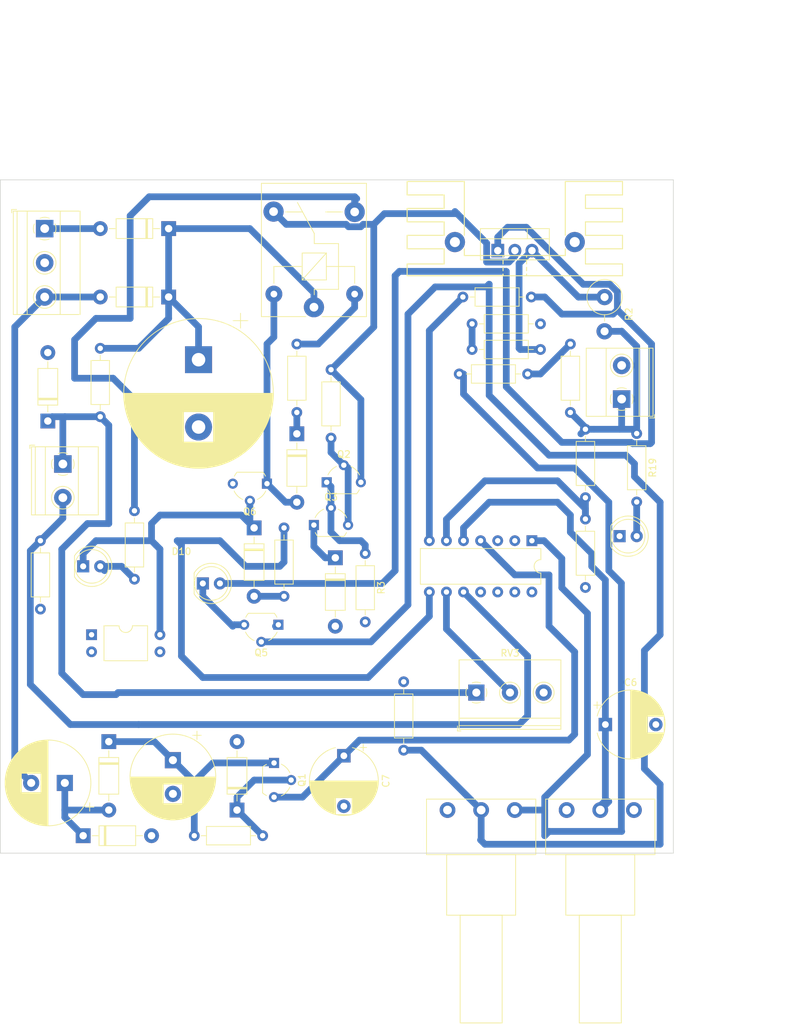
<source format=kicad_pcb>
(kicad_pcb (version 20221018) (generator pcbnew)
  (layers (0 "F.Cu" signal) (31 "B.Cu" signal) (34 "B.Paste" user) (35 "F.Paste" user) (36 "B.SilkS" user "B.Silkscreen") (37 "F.SilkS" user "F.Silkscreen") (38 "B.Mask" user) (39 "F.Mask" user) (44 "Edge.Cuts" user))
  (net 0 "")
  (net 1 "V_ret")
  (net 2 "GND")
  (net 3 "Net-(D3-A)")
  (net 4 "V_in")
  (net 5 "Net-(D3-K)")
  (net 6 "VCC")
  (net 7 "Net-(D1-A)")
  (net 8 "Net-(D5-K)")
  (net 9 "Net-(D6-K)")
  (net 10 "Net-(D7-K)")
  (net 11 "Net-(D7-A)")
  (net 12 "Net-(D8-A)")
  (net 13 "Net-(D9-K)")
  (net 14 "Net-(Q2-C)")
  (net 15 "Net-(Q2-B)")
  (net 16 "Net-(Q2-E)")
  (net 17 "Net-(Q4-S)")
  (net 18 "Net-(Q5-G)")
  (net 19 "Net-(J3-Pin_1)")
  (net 20 "Net-(U1A-+)")
  (net 21 "Net-(U1A--)")
  (net 22 "V_ref")
  (net 23 "Net-(R11-Pad1)")
  (net 24 "Net-(R9-Pad2)")
  (net 25 "Net-(D11-K)")
  (net 26 "Net-(U1B--)")
  (net 27 "Net-(U1C--)")
  (net 28 "Net-(D10-A)")
  (net 29 "Net-(D10-K)")
  (net 30 "Net-(D12-A)")
  (net 31 "NO")
  (net 32 "Net-(J4-Pin_2)")
  (net 33 "Net-(K1-Pad2)")
  (net 34 "Net-(R16-Pad1)")
  (net 35 "Net-(D11-A)")
  (net 38 "Net-(U1D--)")
  (footprint "Capacitor_THT:CP_Radial_D10.0mm_P7.50mm" (layer "F.Cu") (at 66.04 93.537323 -90)
    (fp_text reference "C7" (at 3.75 -6.25 90) (layer "F.SilkS"))
    (fp_text value "100n")
    (pad "1" thru_hole rect (at 0 0 270) (size 2 2) (drill 1) (layers "*.Cu" "*.Mask") (net 6 "VCC"))
    (pad "2" thru_hole circle (at 7.5 0 270) (size 2 2) (drill 1) (layers "*.Cu" "*.Mask") (net 2 "GND"))
  )
  (footprint "Diode_THT:D_DO-41_SOD81_P10.16mm_Horizontal" (layer "F.Cu") (at 40.005 25.4 180)
    (fp_text reference "D2" hide)
    (fp_text value "1N4007" hide)
    (pad "1" thru_hole rect (at 0 0 180) (size 2.2 2.2) (drill 1.1) (layers "*.Cu" "*.Mask") (net 1 "V_ret"))
    (pad "2" thru_hole oval (at 10.16 0 180) (size 2.2 2.2) (drill 1.1) (layers "*.Cu" "*.Mask") (net 4 "V_in"))
  )
  (footprint "Package_TO_SOT_THT:TO-92L_Wide" (layer "F.Cu") (at 56.31 74.08 180)
    (fp_text reference "Q5" (at 2.55 -4.15) (layer "F.SilkS"))
    (fp_text value "2N7000")
    (pad "1" thru_hole rect (at 0 0 180) (size 1.5 1.5) (drill 0.8) (layers "*.Cu" "*.Mask") (net 2 "GND"))
    (pad "2" thru_hole circle (at 2.54 -2.54 180) (size 1.5 1.5) (drill 0.8) (layers "*.Cu" "*.Mask") (net 18 "Net-(Q5-G)"))
    (pad "3" thru_hole circle (at 5.08 0 180) (size 1.5 1.5) (drill 0.8) (layers "*.Cu" "*.Mask") (net 29 "Net-(D10-K)"))
  )
  (footprint "Diode_THT:D_DO-41_SOD81_P10.16mm_Horizontal" (layer "F.Cu") (at 31.115 91.44 -90)
    (fp_text reference "D3" hide)
    (fp_text value "1N4007" hide)
    (pad "1" thru_hole rect (at 0 0 270) (size 2.2 2.2) (drill 1.1) (layers "*.Cu" "*.Mask") (net 5 "Net-(D3-K)"))
    (pad "2" thru_hole oval (at 10.16 0 270) (size 2.2 2.2) (drill 1.1) (layers "*.Cu" "*.Mask") (net 3 "Net-(D3-A)"))
  )
  (footprint "Resistor_THT:R_Axial_DIN0207_L6.3mm_D2.5mm_P10.16mm_Horizontal" (layer "F.Cu") (at 43.815 105.41)
    (fp_text reference "R1" hide)
    (fp_text value "1k")
    (pad "1" thru_hole circle (at 0 0) (size 1.6 1.6) (drill 0.8) (layers "*.Cu" "*.Mask") (net 5 "Net-(D3-K)"))
    (pad "2" thru_hole oval (at 10.16 0) (size 1.6 1.6) (drill 0.8) (layers "*.Cu" "*.Mask") (net 8 "Net-(D5-K)"))
  )
  (footprint "Resistor_THT:R_Axial_DIN0207_L6.3mm_D2.5mm_P10.16mm_Horizontal" (layer "F.Cu") (at 59.055 42.545 90)
    (fp_text reference "R17" hide)
    (fp_text value "R" hide)
    (pad "1" thru_hole circle (at 0 0 90) (size 1.6 1.6) (drill 0.8) (layers "*.Cu" "*.Mask") (net 10 "Net-(D7-K)"))
    (pad "2" thru_hole oval (at 10.16 0 90) (size 1.6 1.6) (drill 0.8) (layers "*.Cu" "*.Mask") (net 33 "Net-(K1-Pad2)"))
  )
  (footprint "Package_TO_SOT_THT:TO-92L_Wide" (layer "F.Cu") (at 61.585 59.27)
    (fp_text reference "Q3" (at 2.55 -4.15) (layer "F.SilkS"))
    (fp_text value "BC556")
    (pad "1" thru_hole rect (at 0 0) (size 1.5 1.5) (drill 0.8) (layers "*.Cu" "*.Mask") (net 9 "Net-(D6-K)"))
    (pad "2" thru_hole circle (at 2.54 -2.54) (size 1.5 1.5) (drill 0.8) (layers "*.Cu" "*.Mask") (net 14 "Net-(Q2-C)"))
    (pad "3" thru_hole circle (at 5.08 0) (size 1.5 1.5) (drill 0.8) (layers "*.Cu" "*.Mask") (net 15 "Net-(Q2-B)"))
  )
  (footprint "Resistor_THT:R_Axial_DIN0207_L6.3mm_D2.5mm_P10.16mm_Horizontal" (layer "F.Cu") (at 109.55 45.68 -90)
    (fp_text reference "R19" (at 5.08 -2.37 90) (layer "F.SilkS"))
    (fp_text value "R" hide)
    (pad "1" thru_hole circle (at 0 0 270) (size 1.6 1.6) (drill 0.8) (layers "*.Cu" "*.Mask") (net 19 "Net-(J3-Pin_1)"))
    (pad "2" thru_hole oval (at 10.16 0 270) (size 1.6 1.6) (drill 0.8) (layers "*.Cu" "*.Mask") (net 30 "Net-(D12-A)"))
  )
  (footprint "Resistor_THT:R_Axial_DIN0207_L6.3mm_D2.5mm_P10.16mm_Horizontal" (layer "F.Cu") (at 99.695 42.545 90)
    (fp_text reference "R7" hide)
    (fp_text value "R" hide)
    (pad "1" thru_hole circle (at 0 0 90) (size 1.6 1.6) (drill 0.8) (layers "*.Cu" "*.Mask") (net 19 "Net-(J3-Pin_1)"))
    (pad "2" thru_hole oval (at 10.16 0 90) (size 1.6 1.6) (drill 0.8) (layers "*.Cu" "*.Mask") (net 21 "Net-(U1A--)"))
  )
  (footprint "Potentiometer_THT:Potentiometer_Piher_PC-16_Single_Horizontal" (layer "F.Cu") (at 99.14 101.6 -90)
    (fp_text reference "RV1" hide)
    (fp_text value "R_Potentiometer" hide)
    (pad "1" thru_hole circle (at 0 0 270) (size 2.34 2.34) (drill 1.3) (layers "*.Cu" "*.Mask") (net 9 "Net-(D6-K)"))
    (pad "2" thru_hole circle (at 0 -5 270) (size 2.34 2.34) (drill 1.3) (layers "*.Cu" "*.Mask") (net 22 "V_ref"))
    (pad "3" thru_hole circle (at 0 -10 270) (size 2.34 2.34) (drill 1.3) (layers "*.Cu" "*.Mask") (net 2 "GND"))
  )
  (footprint "Capacitor_THT:CP_Radial_D12.5mm_P5.00mm" (layer "F.Cu") (at 40.64 94.196041 -90)
    (fp_text reference "C3" hide)
    (fp_text value "330u" hide)
    (pad "1" thru_hole rect (at 0 0 270) (size 2.4 2.4) (drill 1.2) (layers "*.Cu" "*.Mask") (net 5 "Net-(D3-K)"))
    (pad "2" thru_hole circle (at 5 0 270) (size 2.4 2.4) (drill 1.2) (layers "*.Cu" "*.Mask") (net 2 "GND"))
  )
  (footprint "Resistor_THT:R_Axial_DIN0207_L6.3mm_D2.5mm_P10.16mm_Horizontal" (layer "F.Cu") (at 57.15 59.69 -90)
    (fp_text reference "R16" hide)
    (fp_text value "R" hide)
    (pad "1" thru_hole circle (at 0 0 270) (size 1.6 1.6) (drill 0.8) (layers "*.Cu" "*.Mask") (net 34 "Net-(R16-Pad1)"))
    (pad "2" thru_hole oval (at 10.16 0 270) (size 1.6 1.6) (drill 0.8) (layers "*.Cu" "*.Mask") (net 12 "Net-(D8-A)"))
  )
  (footprint "Package_DIP:DIP-14_W7.62mm" (layer "F.Cu") (at 93.98 61.595 -90)
    (fp_text reference "U1" hide)
    (fp_text value "LM324" hide)
    (pad "1" thru_hole rect (at 0 0 270) (size 1.6 1.6) (drill 0.8) (layers "*.Cu" "*.Mask") (net 24 "Net-(R9-Pad2)"))
    (pad "2" thru_hole oval (at 0 2.54 270) (size 1.6 1.6) (drill 0.8) (layers "*.Cu" "*.Mask") (net 21 "Net-(U1A--)"))
    (pad "3" thru_hole oval (at 0 5.08 270) (size 1.6 1.6) (drill 0.8) (layers "*.Cu" "*.Mask") (net 20 "Net-(U1A-+)"))
    (pad "4" thru_hole oval (at 0 7.62 270) (size 1.6 1.6) (drill 0.8) (layers "*.Cu" "*.Mask") (net 6 "VCC"))
    (pad "5" thru_hole oval (at 0 10.16 270) (size 1.6 1.6) (drill 0.8) (layers "*.Cu" "*.Mask") (net 22 "V_ref"))
    (pad "6" thru_hole oval (at 0 12.7 270) (size 1.6 1.6) (drill 0.8) (layers "*.Cu" "*.Mask") (net 26 "Net-(U1B--)"))
    (pad "7" thru_hole oval (at 0 15.24 270) (size 1.6 1.6) (drill 0.8) (layers "*.Cu" "*.Mask") (net 23 "Net-(R11-Pad1)"))
    (pad "8" thru_hole oval (at 7.62 15.24 270) (size 1.6 1.6) (drill 0.8) (layers "*.Cu" "*.Mask") (net 34 "Net-(R16-Pad1)"))
    (pad "9" thru_hole oval (at 7.62 12.7 270) (size 1.6 1.6) (drill 0.8) (layers "*.Cu" "*.Mask") (net 27 "Net-(U1C--)"))
    (pad "10" thru_hole oval (at 7.62 10.16 270) (size 1.6 1.6) (drill 0.8) (layers "*.Cu" "*.Mask") (net 32 "Net-(J4-Pin_2)"))
    (pad "11" thru_hole oval (at 7.62 7.62 270) (size 1.6 1.6) (drill 0.8) (layers "*.Cu" "*.Mask") (net 2 "GND"))
    (pad "12" thru_hole oval (at 7.62 5.08 270) (size 1.6 1.6) (drill 0.8) (layers "*.Cu" "*.Mask") (net 2 "GND"))
    (pad "13" thru_hole oval (at 7.62 2.54 270) (size 1.6 1.6) (drill 0.8) (layers "*.Cu" "*.Mask") (net 38 "Net-(U1D--)"))
    (pad "14" thru_hole oval (at 7.62 0 270) (size 1.6 1.6) (drill 0.8) (layers "*.Cu" "*.Mask") (net 38 "Net-(U1D--)"))
  )
  (footprint "Resistor_THT:R_Axial_DIN0516_L15.5mm_D5.0mm_P5.08mm_Vertical" (layer "F.Cu") (at 104.775 25.415 -90)
    (fp_text reference "R2" (at 2.54 -3.62 90) (layer "F.SilkS"))
    (fp_text value "R_Small" hide)
    (pad "1" thru_hole circle (at 0 0 270) (size 2.4 2.4) (drill 1.2) (layers "*.Cu" "*.Mask") (net 17 "Net-(Q4-S)"))
    (pad "2" thru_hole oval (at 5.08 0 270) (size 2.4 2.4) (drill 1.2) (layers "*.Cu" "*.Mask") (net 19 "Net-(J3-Pin_1)"))
  )
  (footprint "Resistor_THT:R_Axial_DIN0207_L6.3mm_D2.5mm_P10.16mm_Horizontal" (layer "F.Cu") (at 34.925 57.15 -90)
    (fp_text reference "R4" hide)
    (fp_text value "R" hide)
    (pad "1" thru_hole circle (at 0 0 270) (size 1.6 1.6) (drill 0.8) (layers "*.Cu" "*.Mask") (net 31 "NO"))
    (pad "2" thru_hole oval (at 10.16 0 270) (size 1.6 1.6) (drill 0.8) (layers "*.Cu" "*.Mask") (net 35 "Net-(D11-A)"))
  )
  (footprint "Resistor_THT:R_Axial_DIN0207_L6.3mm_D2.5mm_P10.16mm_Horizontal" (layer "F.Cu") (at 74.93 92.71 90)
    (fp_text reference "R10" hide)
    (fp_text value "R" hide)
    (pad "1" thru_hole circle (at 0 0 90) (size 1.6 1.6) (drill 0.8) (layers "*.Cu" "*.Mask") (net 18 "Net-(Q5-G)"))
    (pad "2" thru_hole oval (at 10.16 0 90) (size 1.6 1.6) (drill 0.8) (layers "*.Cu" "*.Mask") (net 2 "GND"))
  )
  (footprint "TerminalBlock_Phoenix:TerminalBlock_Phoenix_MKDS-1,5-2_1x02_P5.00mm_Horizontal" (layer "F.Cu") (at 24.29 50.205 -90)
    (fp_text reference "J4" hide)
    (fp_text value "Screw_Terminal_01x02" hide)
    (pad "1" thru_hole rect (at 0 0 270) (size 2.6 2.6) (drill 1.3) (layers "*.Cu" "*.Mask") (net 13 "Net-(D9-K)"))
    (pad "2" thru_hole circle (at 5 0 270) (size 2.6 2.6) (drill 1.3) (layers "*.Cu" "*.Mask") (net 32 "Net-(J4-Pin_2)"))
  )
  (footprint "Diode_THT:D_DO-41_SOD81_P10.16mm_Horizontal" (layer "F.Cu") (at 22.055 43.815 90)
    (fp_text reference "D9" hide)
    (fp_text value "1N53xxB" hide)
    (pad "1" thru_hole rect (at 0 0 90) (size 2.2 2.2) (drill 1.1) (layers "*.Cu" "*.Mask") (net 13 "Net-(D9-K)"))
    (pad "2" thru_hole oval (at 10.16 0 90) (size 2.2 2.2) (drill 1.1) (layers "*.Cu" "*.Mask") (net 2 "GND"))
  )
  (footprint "Resistor_THT:R_Axial_DIN0207_L6.3mm_D2.5mm_P10.16mm_Horizontal" (layer "F.Cu") (at 20.955 61.595 -90)
    (fp_text reference "R13" hide)
    (fp_text value "R" hide)
    (pad "1" thru_hole circle (at 0 0 270) (size 1.6 1.6) (drill 0.8) (layers "*.Cu" "*.Mask") (net 32 "Net-(J4-Pin_2)"))
    (pad "2" thru_hole oval (at 10.16 0 270) (size 1.6 1.6) (drill 0.8) (layers "*.Cu" "*.Mask") (net 2 "GND"))
  )
  (footprint "Capacitor_THT:CP_Radial_D22.0mm_P10.00mm_SnapIn" (layer "F.Cu") (at 44.45 34.712169 -90)
    (fp_text reference "C1" hide)
    (fp_text value "C_Polarized" hide)
    (pad "1" thru_hole rect (at 0 0 270) (size 4 4) (drill 2) (layers "*.Cu" "*.Mask") (net 1 "V_ret"))
    (pad "2" thru_hole circle (at 10 0 270) (size 4 4) (drill 2) (layers "*.Cu" "*.Mask") (net 2 "GND"))
  )
  (footprint "Capacitor_THT:CP_Radial_D12.5mm_P5.00mm" (layer "F.Cu") (at 24.5825 97.5725 180)
    (fp_text reference "C2" hide)
    (fp_text value "330u" hide)
    (pad "1" thru_hole rect (at 0 0 180) (size 2.4 2.4) (drill 1.2) (layers "*.Cu" "*.Mask") (net 3 "Net-(D3-A)"))
    (pad "2" thru_hole circle (at 5 0 180) (size 2.4 2.4) (drill 1.2) (layers "*.Cu" "*.Mask") (net 4 "V_in"))
  )
  (footprint "Diode_THT:D_DO-41_SOD81_P10.16mm_Horizontal" (layer "F.Cu") (at 59.055 45.72 -90)
    (fp_text reference "D7" hide)
    (fp_text value "1N4007" hide)
    (pad "1" thru_hole rect (at 0 0 270) (size 2.2 2.2) (drill 1.1) (layers "*.Cu" "*.Mask") (net 10 "Net-(D7-K)"))
    (pad "2" thru_hole oval (at 10.16 0 270) (size 2.2 2.2) (drill 1.1) (layers "*.Cu" "*.Mask") (net 11 "Net-(D7-A)"))
  )
  (footprint "Resistor_THT:R_Axial_DIN0207_L6.3mm_D2.5mm_P10.16mm_Horizontal" (layer "F.Cu") (at 69.215 63.5 -90)
    (fp_text reference "R3" (at 5.08 -2.37 90) (layer "F.SilkS"))
    (fp_text value "R")
    (pad "1" thru_hole circle (at 0 0 270) (size 1.6 1.6) (drill 0.8) (layers "*.Cu" "*.Mask") (net 14 "Net-(Q2-C)"))
    (pad "2" thru_hole oval (at 10.16 0 270) (size 1.6 1.6) (drill 0.8) (layers "*.Cu" "*.Mask") (net 2 "GND"))
  )
  (footprint "Diode_THT:D_DO-41_SOD81_P10.16mm_Horizontal" (layer "F.Cu") (at 64.77 64.135 -90)
    (fp_text reference "D6" hide)
    (fp_text value "1N53xxB" hide)
    (pad "1" thru_hole rect (at 0 0 270) (size 2.2 2.2) (drill 1.1) (layers "*.Cu" "*.Mask") (net 9 "Net-(D6-K)"))
    (pad "2" thru_hole oval (at 10.16 0 270) (size 2.2 2.2) (drill 1.1) (layers "*.Cu" "*.Mask") (net 2 "GND"))
  )
  (footprint "Resistor_THT:R_Axial_DIN0207_L6.3mm_D2.5mm_P10.16mm_Horizontal" (layer "F.Cu") (at 101.93 45.045 -90)
    (fp_text reference "R12" hide)
    (fp_text value "R" hide)
    (pad "1" thru_hole circle (at 0 0 270) (size 1.6 1.6) (drill 0.8) (layers "*.Cu" "*.Mask") (net 19 "Net-(J3-Pin_1)"))
    (pad "2" thru_hole oval (at 10.16 0 270) (size 1.6 1.6) (drill 0.8) (layers "*.Cu" "*.Mask") (net 26 "Net-(U1B--)"))
  )
  (footprint "LED_THT:LED_D5.0mm" (layer "F.Cu") (at 27.305 65.405)
    (fp_text reference "D11" hide)
    (fp_text value "LED")
    (pad "1" thru_hole rect (at 0 0) (size 1.8 1.8) (drill 0.9) (layers "*.Cu" "*.Mask") (net 25 "Net-(D11-K)"))
    (pad "2" thru_hole circle (at 2.54 0) (size 1.8 1.8) (drill 0.9) (layers "*.Cu" "*.Mask") (net 35 "Net-(D11-A)"))
  )
  (footprint "Resistor_THT:R_Axial_DIN0207_L6.3mm_D2.5mm_P10.16mm_Horizontal" (layer "F.Cu") (at 83.725 25.4)
    (fp_text reference "R11" hide)
    (fp_text value "R" hide)
    (pad "1" thru_hole circle (at 0 0) (size 1.6 1.6) (drill 0.8) (layers "*.Cu" "*.Mask") (net 23 "Net-(R11-Pad1)"))
    (pad "2" thru_hole oval (at 10.16 0) (size 1.6 1.6) (drill 0.8) (layers "*.Cu" "*.Mask") (net 28 "Net-(D10-A)"))
  )
  (footprint "TerminalBlock_Phoenix:TerminalBlock_Phoenix_MKDS-1,5-3-5.08_1x03_P5.08mm_Horizontal" (layer "F.Cu") (at 21.59 15.24 -90)
    (fp_text reference "J1" hide)
    (fp_text value "Screw_Terminal_01x03" hide)
    (pad "1" thru_hole rect (at 0 0 270) (size 2.6 2.6) (drill 1.3) (layers "*.Cu" "*.Mask") (net 7 "Net-(D1-A)"))
    (pad "2" thru_hole circle (at 5.08 0 270) (size 2.6 2.6) (drill 1.3) (layers "*.Cu" "*.Mask") (net 2 "GND"))
    (pad "3" thru_hole circle (at 10.16 0 270) (size 2.6 2.6) (drill 1.3) (layers "*.Cu" "*.Mask") (net 4 "V_in"))
  )
  (footprint "Package_DIP:DIP-4_W10.16mm" (layer "F.Cu") (at 28.555 75.56)
    (fp_text reference "J2" hide)
    (fp_text value "Conn_02x02_Top_Bottom")
    (pad "1" thru_hole rect (at 0 0) (size 1.6 1.6) (drill 0.8) (layers "*.Cu" "*.Mask"))
    (pad "2" thru_hole oval (at 0 2.54) (size 1.6 1.6) (drill 0.8) (layers "*.Cu" "*.Mask") (net 2 "GND"))
    (pad "3" thru_hole oval (at 10.16 2.54) (size 1.6 1.6) (drill 0.8) (layers "*.Cu" "*.Mask"))
    (pad "4" thru_hole oval (at 10.16 0) (size 1.6 1.6) (drill 0.8) (layers "*.Cu" "*.Mask") (net 25 "Net-(D11-K)"))
  )
  (footprint "Diode_THT:D_DO-41_SOD81_P10.16mm_Horizontal" (layer "F.Cu") (at 52.705 59.69 -90)
    (fp_text reference "D8" hide)
    (fp_text value "1N4007" hide)
    (pad "1" thru_hole rect (at 0 0 270) (size 2.2 2.2) (drill 1.1) (layers "*.Cu" "*.Mask") (net 25 "Net-(D11-K)"))
    (pad "2" thru_hole oval (at 10.16 0 270) (size 2.2 2.2) (drill 1.1) (layers "*.Cu" "*.Mask") (net 12 "Net-(D8-A)"))
  )
  (footprint "LED_THT:LED_D5.0mm" (layer "F.Cu") (at 45.085 67.945)
    (fp_text reference "D10" (at -3.175 -4.745) (layer "F.SilkS"))
    (fp_text value "LED" hide)
    (pad "1" thru_hole rect (at 0 0) (size 1.8 1.8) (drill 0.9) (layers "*.Cu" "*.Mask") (net 29 "Net-(D10-K)"))
    (pad "2" thru_hole circle (at 2.54 0) (size 1.8 1.8) (drill 0.9) (layers "*.Cu" "*.Mask") (net 28 "Net-(D10-A)"))
  )
  (footprint "Resistor_THT:R_Axial_DIN0207_L6.3mm_D2.5mm_P10.16mm_Horizontal" (layer "F.Cu") (at 85.09 29.385)
    (fp_text reference "R8" hide)
    (fp_text value "R" hide)
    (pad "1" thru_hole circle (at 0 0) (size 1.6 1.6) (drill 0.8) (layers "*.Cu" "*.Mask") (net 20 "Net-(U1A-+)"))
    (pad "2" thru_hole oval (at 10.16 0) (size 1.6 1.6) (drill 0.8) (layers "*.Cu" "*.Mask") (net 2 "GND"))
  )
  (footprint "Package_TO_SOT_THT:TO-220-3_Vertical" (layer "F.Cu") (at 88.91 18.51)
    (fp_text reference "Q4" hide)
    (fp_text value "IRF540N" hide)
    (pad "1" thru_hole rect (at 0 0) (size 1.905 2) (drill 1.1) (layers "*.Cu" "*.Mask") (net 28 "Net-(D10-A)"))
    (pad "2" thru_hole oval (at 2.54 0) (size 1.905 2) (drill 1.1) (layers "*.Cu" "*.Mask") (net 16 "Net-(Q2-E)"))
    (pad "3" thru_hole oval (at 5.08 0) (size 1.905 2) (drill 1.1) (layers "*.Cu" "*.Mask") (net 17 "Net-(Q4-S)"))
  )
  (footprint "Resistor_THT:R_Axial_DIN0207_L6.3mm_D2.5mm_P10.16mm_Horizontal" (layer "F.Cu") (at 64.135 36.195 -90)
    (fp_text reference "R5" hide)
    (fp_text value "R" hide)
    (pad "1" thru_hole circle (at 0 0 270) (size 1.6 1.6) (drill 0.8) (layers "*.Cu" "*.Mask") (net 16 "Net-(Q2-E)"))
    (pad "2" thru_hole oval (at 10.16 0 270) (size 1.6 1.6) (drill 0.8) (layers "*.Cu" "*.Mask") (net 15 "Net-(Q2-B)"))
  )
  (footprint "LED_THT:LED_D5.0mm" (layer "F.Cu") (at 107.01 60.92)
    (fp_text reference "D12" hide)
    (fp_text value "LED" hide)
    (pad "1" thru_hole rect (at 0 0) (size 1.8 1.8) (drill 0.9) (layers "*.Cu" "*.Mask") (net 2 "GND"))
    (pad "2" thru_hole circle (at 2.54 0) (size 1.8 1.8) (drill 0.9) (layers "*.Cu" "*.Mask") (net 30 "Net-(D12-A)"))
  )
  (footprint "Package_TO_SOT_THT:TO-92L_Wide" (layer "F.Cu") (at 63.49 52.92)
    (fp_text reference "Q2" (at 2.55 -4.15) (layer "F.SilkS"))
    (fp_text value "BC556")
    (pad "1" thru_hole rect (at 0 0) (size 1.5 1.5) (drill 0.8) (layers "*.Cu" "*.Mask") (net 14 "Net-(Q2-C)"))
    (pad "2" thru_hole circle (at 2.54 -2.54) (size 1.5 1.5) (drill 0.8) (layers "*.Cu" "*.Mask") (net 15 "Net-(Q2-B)"))
    (pad "3" thru_hole circle (at 5.08 0) (size 1.5 1.5) (drill 0.8) (layers "*.Cu" "*.Mask") (net 16 "Net-(Q2-E)"))
  )
  (footprint "Resistor_THT:R_Axial_DIN0207_L6.3mm_D2.5mm_P10.16mm_Horizontal" (layer "F.Cu") (at 29.845 33.02 -90)
    (fp_text reference "R18" hide)
    (fp_text value "R" hide)
    (pad "1" thru_hole circle (at 0 0 270) (size 1.6 1.6) (drill 0.8) (layers "*.Cu" "*.Mask") (net 1 "V_ret"))
    (pad "2" thru_hole oval (at 10.16 0 270) (size 1.6 1.6) (drill 0.8) (layers "*.Cu" "*.Mask") (net 13 "Net-(D9-K)"))
  )
  (footprint "Diode_THT:D_DO-41_SOD81_P10.16mm_Horizontal" (layer "F.Cu") (at 40.005 15.24 180)
    (fp_text reference "D1" hide)
    (fp_text value "1N4007" hide)
    (pad "1" thru_hole rect (at 0 0 180) (size 2.2 2.2) (drill 1.1) (layers "*.Cu" "*.Mask") (net 1 "V_ret"))
    (pad "2" thru_hole oval (at 10.16 0 180) (size 2.2 2.2) (drill 1.1) (layers "*.Cu" "*.Mask") (net 7 "Net-(D1-A)"))
  )
  (footprint "Capacitor_THT:CP_Radial_D10.0mm_P7.50mm" (layer "F.Cu") (at 104.895 88.9)
    (fp_text reference "C6" (at 3.75 -6.25) (layer "F.SilkS"))
    (fp_text value "10u")
    (pad "1" thru_hole rect (at 0 0) (size 2 2) (drill 1) (layers "*.Cu" "*.Mask") (net 22 "V_ref"))
    (pad "2" thru_hole circle (at 7.5 0) (size 2 2) (drill 1) (layers "*.Cu" "*.Mask") (net 2 "GND"))
  )
  (footprint "Resistor_THT:R_Axial_DIN0207_L6.3mm_D2.5mm_P10.16mm_Horizontal" (layer "F.Cu") (at 101.93 58.38 -90)
    (fp_text reference "R20" hide)
    (fp_text value "R" hide)
    (pad "1" thru_hole circle (at 0 0 270) (size 1.6 1.6) (drill 0.8) (layers "*.Cu" "*.Mask") (net 26 "Net-(U1B--)"))
    (pad "2" thru_hole oval (at 10.16 0 270) (size 1.6 1.6) (drill 0.8) (layers "*.Cu" "*.Mask") (net 2 "GND"))
  )
  (footprint "TerminalBlock_Phoenix:TerminalBlock_Phoenix_MKDS-1,5-2_1x02_P5.00mm_Horizontal" (layer "F.Cu") (at 107.315 40.56 90)
    (fp_text reference "J3" hide)
    (fp_text value "Screw_Terminal_01x02")
    (pad "1" thru_hole rect (at 0 0 90) (size 2.6 2.6) (drill 1.3) (layers "*.Cu" "*.Mask") (net 19 "Net-(J3-Pin_1)"))
    (pad "2" thru_hole circle (at 5 0 90) (size 2.6 2.6) (drill 1.3) (layers "*.Cu" "*.Mask") (net 2 "GND"))
  )
  (footprint "Package_TO_SOT_THT:TO-92L_Wide" (layer "F.Cu") (at 55.665 94.605 -90)
    (fp_text reference "Q1" (at 2.55 -4.15 -90) (layer "F.SilkS"))
    (fp_text value "BC547")
    (pad "1" thru_hole rect (at 0 0 270) (size 1.5 1.5) (drill 0.8) (layers "*.Cu" "*.Mask") (net 5 "Net-(D3-K)"))
    (pad "2" thru_hole circle (at 2.54 -2.54 270) (size 1.5 1.5) (drill 0.8) (layers "*.Cu" "*.Mask") (net 8 "Net-(D5-K)"))
    (pad "3" thru_hole circle (at 5.08 0 270) (size 1.5 1.5) (drill 0.8) (layers "*.Cu" "*.Mask") (net 6 "VCC"))
  )
  (footprint "Package_TO_SOT_THT:TO-92L_Wide" (layer "F.Cu") (at 54.62 53.125 180)
    (fp_text reference "Q6" (at 2.55 -4.15) (layer "F.SilkS"))
    (fp_text value "BC547")
    (pad "1" thru_hole rect (at 0 0 180) (size 1.5 1.5) (drill 0.8) (layers "*.Cu" "*.Mask") (net 11 "Net-(D7-A)"))
    (pad "2" thru_hole circle (at 2.54 -2.54 180) (size 1.5 1.5) (drill 0.8) (layers "*.Cu" "*.Mask") (net 25 "Net-(D11-K)"))
    (pad "3" thru_hole circle (at 5.08 0 180) (size 1.5 1.5) (drill 0.8) (layers "*.Cu" "*.Mask") (net 2 "GND"))
  )
  (footprint "TerminalBlock_Philmore:TerminalBlock_Philmore_TB133_1x03_P5.00mm_Horizontal" (layer "F.Cu") (at 85.725 84.155)
    (fp_text reference "RV3" (at 5 -5.86) (layer "F.SilkS"))
    (fp_text value "R_Potentiometer")
    (pad "1" thru_hole rect (at 0 0) (size 2.4 2.4) (drill 1.2) (layers "*.Cu" "*.Mask") (net 13 "Net-(D9-K)"))
    (pad "2" thru_hole circle (at 5 0) (size 2.4 2.4) (drill 1.2) (layers "*.Cu" "*.Mask") (net 27 "Net-(U1C--)"))
    (pad "3" thru_hole circle (at 10 0) (size 2.4 2.4) (drill 1.2) (layers "*.Cu" "*.Mask") (net 2 "GND"))
  )
  (footprint "Diode_THT:D_DO-41_SOD81_P10.16mm_Horizontal" (layer "F.Cu") (at 27.305 105.41)
    (fp_text reference "D4" hide)
    (fp_text value "1N4007" hide)
    (pad "1" thru_hole rect (at 0 0) (size 2.2 2.2) (drill 1.1) (layers "*.Cu" "*.Mask") (net 3 "Net-(D3-A)"))
    (pad "2" thru_hole oval (at 10.16 0) (size 2.2 2.2) (drill 1.1) (layers "*.Cu" "*.Mask") (net 2 "GND"))
  )
  (footprint "Heatsink:Heatsink_Stonecold_HS-132_32x14mm_2xFixation1.5mm" (layer "F.Cu") (at 91.44 17.24 180)
    (fp_text reference "HS1" hide)
    (fp_text value "Heatsink")
    (pad "1" thru_hole circle (at -8.9 0 180) (size 3 3) (drill 1.5) (layers "*.Cu" "*.Mask"))
    (pad "1" thru_hole circle (at 8.9 0 180) (size 3 3) (drill 1.5) (layers "*.Cu" "*.Mask"))
  )
  (footprint "Resistor_THT:R_Axial_DIN0207_L6.3mm_D2.5mm_P10.16mm_Horizontal" (layer "F.Cu") (at 93.345 36.83 180)
    (fp_text reference "R9" hide)
    (fp_text value "R" hide)
    (pad "1" thru_hole circle (at 0 0 180) (size 1.6 1.6) (drill 0.8) (layers "*.Cu" "*.Mask") (net 21 "Net-(U1A--)"))
    (pad "2" thru_hole oval (at 10.16 0 180) (size 1.6 1.6) (drill 0.8) (layers "*.Cu" "*.Mask") (net 24 "Net-(R9-Pad2)"))
  )
  (footprint "Resistor_THT:R_Axial_DIN0207_L6.3mm_D2.5mm_P10.16mm_Horizontal" (layer "F.Cu") (at 95.25 33.195 180)
    (fp_text reference "R6" hide)
    (fp_text value "R" hide)
    (pad "1" thru_hole circle (at 0 0 180) (size 1.6 1.6) (drill 0.8) (layers "*.Cu" "*.Mask") (net 17 "Net-(Q4-S)"))
    (pad "2" thru_hole oval (at 10.16 0 180) (size 1.6 1.6) (drill 0.8) (layers "*.Cu" "*.Mask") (net 20 "Net-(U1A-+)"))
  )
  (footprint "Relay_THT:Relay_SPDT_SANYOU_SRD_Series_Form_C" (layer "F.Cu") (at 61.595 26.915 90)
    (fp_text reference "K1" hide)
    (fp_text value "SANYOU_SRD_Form_C" hide)
    (pad "1" thru_hole circle (at 0 0 180) (size 3 3) (drill 1.3) (layers "*.Cu" "*.Mask") (net 1 "V_ret"))
    (pad "2" thru_hole circle (at 1.95 6.05 180) (size 2.5 2.5) (drill 1) (layers "*.Cu" "*.Mask") (net 33 "Net-(K1-Pad2)"))
    (pad "3" thru_hole circle (at 14.15 6.05 180) (size 3 3) (drill 1.3) (layers "*.Cu" "*.Mask") (net 31 "NO"))
    (pad "4" thru_hole circle (at 14.2 -6 180) (size 3 3) (drill 1.3) (layers "*.Cu" "*.Mask") (net 16 "Net-(Q2-E)"))
    (pad "5" thru_hole circle (at 1.95 -5.95 180) (size 2.5 2.5) (drill 1) (layers "*.Cu" "*.Mask") (net 11 "Net-(D7-A)"))
  )
  (footprint "Diode_THT:D_DO-41_SOD81_P10.16mm_Horizontal" (layer "F.Cu") (at 50.165 101.6 90)
    (fp_text reference "D5" hide)
    (fp_text value "D_Zener" hide)
    (pad "1" thru_hole rect (at 0 0 90) (size 2.2 2.2) (drill 1.1) (layers "*.Cu" "*.Mask") (net 8 "Net-(D5-K)"))
    (pad "2" thru_hole oval (at 10.16 0 90) (size 2.2 2.2) (drill 1.1) (layers "*.Cu" "*.Mask") (net 2 "GND"))
  )
  (footprint "Potentiometer_THT:Potentiometer_Piher_PC-16_Single_Horizontal" (layer "F.Cu") (at 81.44 101.6 -90)
    (fp_text reference "RV2" hide)
    (fp_text value "R_Potentiometer")
    (pad "1" thru_hole circle (at 0 0 270) (size 2.34 2.34) (drill 1.3) (layers "*.Cu" "*.Mask") (net 2 "GND"))
    (pad "2" thru_hole circle (at 0 -5 270) (size 2.34 2.34) (drill 1.3) (layers "*.Cu" "*.Mask") (net 18 "Net-(Q5-G)"))
    (pad "3" thru_hole circle (at 0 -10 270) (size 2.34 2.34) (drill 1.3) (layers "*.Cu" "*.Mask") (net 24 "Net-(R9-Pad2)"))
  )
  (gr_line (start 115 8) (end 15 8) (stroke (width 0.1)) (layer "Edge.Cuts"))
  (gr_line (start 15 8) (end 15 108) (stroke (width 0.1)) (layer "Edge.Cuts"))
  (gr_line (start 115 108) (end 115 8) (stroke (width 0.1)) (layer "Edge.Cuts"))
  (gr_line (start 115 108) (end 15 108) (stroke (width 0.1)) (layer "Edge.Cuts"))
  (segment (start 44.45 34.712169) (end 44.45 29.845) (width 1) (layer "B.Cu") (net 1))
  (segment (start 44.45 29.845) (end 40.005 25.4) (width 1) (layer "B.Cu") (net 1))
  (segment (start 52.07 15.24) (end 61.595 24.765) (width 1) (layer "B.Cu") (net 1))
  (segment (start 40.005 25.4) (end 40.005 28.575) (width 1) (layer "B.Cu") (net 1))
  (segment (start 40.005 15.24) (end 40.005 25.4) (width 1) (layer "B.Cu") (net 1))
  (segment (start 40.005 15.24) (end 52.07 15.24) (width 1) (layer "B.Cu") (net 1))
  (segment (start 35.56 33.02) (end 29.845 33.02) (width 1) (layer "B.Cu") (net 1))
  (segment (start 61.595 24.765) (end 61.595 26.915) (width 1) (layer "B.Cu") (net 1))
  (segment (start 40.005 28.575) (end 35.56 33.02) (width 1) (layer "B.Cu") (net 1))
  (segment (start 56.31 74.08) (end 56.095 74.08) (width 1) (layer "B.Cu") (net 2))
  (segment (start 56.095 74.08) (end 55.88 74.295) (width 1) (layer "B.Cu") (net 2))
  (segment (start 31.115 101.6) (end 24.5825 101.6) (width 1) (layer "B.Cu") (net 3))
  (segment (start 24.5825 102.6875) (end 27.305 105.41) (width 1) (layer "B.Cu") (net 3))
  (segment (start 24.5825 97.5725) (end 24.5825 101.6) (width 1) (layer "B.Cu") (net 3))
  (segment (start 24.5825 101.6) (end 24.5825 102.6875) (width 1) (layer "B.Cu") (net 3))
  (segment (start 17.145 29.845) (end 21.59 25.4) (width 1) (layer "B.Cu") (net 4))
  (segment (start 19.5825 97.5725) (end 17.145 95.135) (width 1) (layer "B.Cu") (net 4))
  (segment (start 29.845 25.4) (end 21.59 25.4) (width 1) (layer "B.Cu") (net 4))
  (segment (start 17.145 95.135) (end 17.145 29.845) (width 1) (layer "B.Cu") (net 4))
  (segment (start 21.595 25.405) (end 21.59 25.4) (width 1) (layer "B.Cu") (net 4))
  (segment (start 46.581041 94.605) (end 43.815 97.371041) (width 1) (layer "B.Cu") (net 5))
  (segment (start 43.815 97.371041) (end 40.64 94.196041) (width 1) (layer "B.Cu") (net 5))
  (segment (start 37.883959 91.44) (end 40.64 94.196041) (width 1) (layer "B.Cu") (net 5))
  (segment (start 43.815 105.41) (end 43.815 97.371041) (width 1) (layer "B.Cu") (net 5))
  (segment (start 31.115 91.44) (end 37.883959 91.44) (width 1) (layer "B.Cu") (net 5))
  (segment (start 55.665 94.605) (end 46.581041 94.605) (width 1) (layer "B.Cu") (net 5))
  (segment (start 96.52 74.295) (end 96.52 66.675) (width 1) (layer "B.Cu") (net 6))
  (segment (start 66.04 93.537323) (end 68.367323 91.21) (width 1) (layer "B.Cu") (net 6))
  (segment (start 96.52 66.675) (end 91.44 66.675) (width 1) (layer "B.Cu") (net 6))
  (segment (start 100.33 90.345) (end 100.33 78.105) (width 1) (layer "B.Cu") (net 6))
  (segment (start 100.33 78.105) (end 96.52 74.295) (width 1) (layer "B.Cu") (net 6))
  (segment (start 99.465 91.21) (end 100.33 90.345) (width 1) (layer "B.Cu") (net 6))
  (segment (start 59.892323 99.685) (end 66.04 93.537323) (width 1) (layer "B.Cu") (net 6))
  (segment (start 68.367323 91.21) (end 99.465 91.21) (width 1) (layer "B.Cu") (net 6))
  (segment (start 55.665 99.685) (end 59.892323 99.685) (width 1) (layer "B.Cu") (net 6))
  (segment (start 91.44 66.675) (end 86.36 61.595) (width 1) (layer "B.Cu") (net 6))
  (segment (start 21.59 15.24) (end 29.845 15.24) (width 1) (layer "B.Cu") (net 7))
  (segment (start 52.715 97.145) (end 50.165 99.695) (width 1) (layer "B.Cu") (net 8))
  (segment (start 50.165 101.6) (end 53.975 105.41) (width 1) (layer "B.Cu") (net 8))
  (segment (start 58.205 97.145) (end 52.715 97.145) (width 1) (layer "B.Cu") (net 8))
  (segment (start 50.165 99.695) (end 50.165 101.6) (width 1) (layer "B.Cu") (net 8))
  (segment (start 99.14 101.045) (end 99.06 100.965) (width 1) (layer "B.Cu") (net 9))
  (segment (start 61.585 62.445) (end 61.585 59.27) (width 1) (layer "B.Cu") (net 9))
  (segment (start 61.8 62.66) (end 61.585 62.445) (width 1) (layer "B.Cu") (net 9))
  (segment (start 99.14 101.6) (end 99.14 101.045) (width 1) (layer "B.Cu") (net 9))
  (segment (start 63.275 64.135) (end 61.8 62.66) (width 1) (layer "B.Cu") (net 9))
  (segment (start 64.77 64.135) (end 63.275 64.135) (width 1) (layer "B.Cu") (net 9))
  (segment (start 59.055 45.72) (end 59.055 42.545) (width 1) (layer "B.Cu") (net 10))
  (segment (start 54.62 32.375) (end 54.62 53.125) (width 1) (layer "B.Cu") (net 11))
  (segment (start 59.055 55.88) (end 57.375 55.88) (width 1) (layer "B.Cu") (net 11))
  (segment (start 55.645 24.965) (end 55.645 31.35) (width 1) (layer "B.Cu") (net 11))
  (segment (start 57.375 55.88) (end 54.62 53.125) (width 1) (layer "B.Cu") (net 11))
  (segment (start 55.645 31.35) (end 54.62 32.375) (width 1) (layer "B.Cu") (net 11))
  (segment (start 52.705 69.85) (end 57.15 69.85) (width 1) (layer "B.Cu") (net 12))
  (segment (start 24.29 50.205) (end 24.29 43.485) (width 1) (layer "B.Cu") (net 13))
  (segment (start 22.69 43.18) (end 22.055 43.815) (width 1) (layer "B.Cu") (net 13))
  (segment (start 29.845 43.18) (end 31.115 44.45) (width 1) (layer "B.Cu") (net 13))
  (segment (start 24.595 43.18) (end 29.845 43.18) (width 1) (layer "B.Cu") (net 13))
  (segment (start 27.305 84.455) (end 32.188679 84.455) (width 1) (layer "B.Cu") (net 13))
  (segment (start 24.13 81.28) (end 27.305 84.455) (width 1) (layer "B.Cu") (net 13))
  (segment (start 31.115 44.45) (end 31.115 59.055) (width 1) (layer "B.Cu") (net 13))
  (segment (start 32.488679 84.155) (end 85.725 84.155) (width 1) (layer "B.Cu") (net 13))
  (segment (start 24.595 43.18) (end 22.69 43.18) (width 1) (layer "B.Cu") (net 13))
  (segment (start 31.115 59.055) (end 27.94 59.055) (width 1) (layer "B.Cu") (net 13))
  (segment (start 27.94 59.055) (end 24.13 62.865) (width 1) (layer "B.Cu") (net 13))
  (segment (start 24.29 43.485) (end 24.595 43.18) (width 1) (layer "B.Cu") (net 13))
  (segment (start 32.188679 84.455) (end 32.488679 84.155) (width 1) (layer "B.Cu") (net 13))
  (segment (start 24.13 62.865) (end 24.13 81.28) (width 1) (layer "B.Cu") (net 13))
  (segment (start 68.58 61.595) (end 69.215 62.23) (width 1) (layer "B.Cu") (net 14))
  (segment (start 64.125 56.73) (end 64.125 53.555) (width 1) (layer "B.Cu") (net 14))
  (segment (start 64.125 60.315) (end 65.405 61.595) (width 1) (layer "B.Cu") (net 14))
  (segment (start 64.125 56.73) (end 64.125 60.315) (width 1) (layer "B.Cu") (net 14))
  (segment (start 69.215 62.23) (end 69.215 63.5) (width 1) (layer "B.Cu") (net 14))
  (segment (start 65.405 61.595) (end 68.58 61.595) (width 1) (layer "B.Cu") (net 14))
  (segment (start 64.125 53.555) (end 63.49 52.92) (width 1) (layer "B.Cu") (net 14))
  (segment (start 64.135 46.355) (end 64.135 48.485) (width 1) (layer "B.Cu") (net 15))
  (segment (start 66.675 59.26) (end 66.675 50.8) (width 1) (layer "B.Cu") (net 15))
  (segment (start 66.675 50.8) (end 66.255 50.38) (width 1) (layer "B.Cu") (net 15))
  (segment (start 66.665 59.27) (end 66.675 59.26) (width 1) (layer "B.Cu") (net 15))
  (segment (start 64.135 48.485) (end 66.03 50.38) (width 1) (layer "B.Cu") (net 15))
  (segment (start 66.255 50.38) (end 66.03 50.38) (width 1) (layer "B.Cu") (net 15))
  (segment (start 55.595 12.715) (end 57.485 14.605) (width 1) (layer "B.Cu") (net 16))
  (segment (start 87.2575 17.4075) (end 87.2575 20.21) (width 1) (layer "B.Cu") (net 16))
  (segment (start 66.37373 14.605) (end 66.73373 14.965) (width 1) (layer "B.Cu") (net 16))
  (segment (start 82.8675 13.0175) (end 87.2575 17.4075) (width 1) (layer "B.Cu") (net 16))
  (segment (start 68.91627 14.605) (end 70.485 14.605) (width 1) (layer "B.Cu") (net 16))
  (segment (start 91.45 19.3225) (end 91.45 18.51) (width 1) (layer "B.Cu") (net 16))
  (segment (start 70.485 14.605) (end 70.485 29.845) (width 1) (layer "B.Cu") (net 16))
  (segment (start 68.57 40.63) (end 64.135 36.195) (width 1) (layer "B.Cu") (net 16))
  (segment (start 90.5625 20.21) (end 91.45 19.3225) (width 1) (layer "B.Cu") (net 16))
  (segment (start 87.2575 20.21) (end 90.5625 20.21) (width 1) (layer "B.Cu") (net 16))
  (segment (start 72.0725 13.0175) (end 70.485 14.605) (width 1) (layer "B.Cu") (net 16))
  (segment (start 57.485 14.605) (end 66.37373 14.605) (width 1) (layer "B.Cu") (net 16))
  (segment (start 70.485 29.845) (end 64.135 36.195) (width 1) (layer "B.Cu") (net 16))
  (segment (start 82.55 12.7) (end 82.8675 13.0175) (width 1) (layer "B.Cu") (net 16))
  (segment (start 68.55627 14.965) (end 68.91627 14.605) (width 1) (layer "B.Cu") (net 16))
  (segment (start 66.73373 14.965) (end 68.55627 14.965) (width 1) (layer "B.Cu") (net 16))
  (segment (start 68.57 52.92) (end 68.57 40.63) (width 1) (layer "B.Cu") (net 16))
  (segment (start 82.8675 13.0175) (end 72.0725 13.0175) (width 1) (layer "B.Cu") (net 16))
  (segment (start 93.99 18.51) (end 92.075 20.425) (width 1) (layer "B.Cu") (net 17))
  (segment (start 92.075 33.02) (end 92.25 33.195) (width 1) (layer "B.Cu") (net 17))
  (segment (start 100.895 25.415) (end 93.99 18.51) (width 1) (layer "B.Cu") (net 17))
  (segment (start 104.775 25.415) (end 100.895 25.415) (width 1) (layer "B.Cu") (net 17))
  (segment (start 92.25 33.195) (end 95.25 33.195) (width 1) (layer "B.Cu") (net 17))
  (segment (start 94.2975 18.8175) (end 93.99 18.51) (width 1) (layer "B.Cu") (net 17))
  (segment (start 92.075 20.425) (end 92.075 33.02) (width 1) (layer "B.Cu") (net 17))
  (segment (start 109.22 50.165) (end 109.22 52.07) (width 1) (layer "B.Cu") (net 18))
  (segment (start 75.565 71.12) (end 75.565 27.94) (width 1) (layer "B.Cu") (net 18))
  (segment (start 86.995 106.68) (end 86.36 106.045) (width 1) (layer "B.Cu") (net 18))
  (segment (start 86.36 106.045) (end 86.44 105.965) (width 1) (layer "B.Cu") (net 18))
  (segment (start 86.44 105.965) (end 86.44 101.6) (width 1) (layer "B.Cu") (net 18))
  (segment (start 86.44 101.6) (end 77.55 92.71) (width 1) (layer "B.Cu") (net 18))
  (segment (start 53.77 76.62) (end 70.065 76.62) (width 1) (layer "B.Cu") (net 18))
  (segment (start 113.03 97.79) (end 113.03 106.68) (width 1) (layer "B.Cu") (net 18))
  (segment (start 87.63 40.005) (end 96.52 48.895) (width 1) (layer "B.Cu") (net 18))
  (segment (start 109.22 52.07) (end 113.03 55.88) (width 1) (layer "B.Cu") (net 18))
  (segment (start 96.52 48.895) (end 107.95 48.895) (width 1) (layer "B.Cu") (net 18))
  (segment (start 79.605 23.9) (end 87.225 23.9) (width 1) (layer "B.Cu") (net 18))
  (segment (start 87.225 23.9) (end 87.63 23.495) (width 1) (layer "B.Cu") (net 18))
  (segment (start 107.95 48.895) (end 109.22 50.165) (width 1) (layer "B.Cu") (net 18))
  (segment (start 70.065 76.62) (end 75.565 71.12) (width 1) (layer "B.Cu") (net 18))
  (segment (start 75.565 27.94) (end 79.605 23.9) (width 1) (layer "B.Cu") (net 18))
  (segment (start 113.03 55.88) (end 113.03 75.565) (width 1) (layer "B.Cu") (net 18))
  (segment (start 110.695 77.9) (end 110.695 95.455) (width 1) (layer "B.Cu") (net 18))
  (segment (start 113.03 75.565) (end 110.695 77.9) (width 1) (layer "B.Cu") (net 18))
  (segment (start 110.695 95.455) (end 113.03 97.79) (width 1) (layer "B.Cu") (net 18))
  (segment (start 87.63 23.495) (end 87.63 40.005) (width 1) (layer "B.Cu") (net 18))
  (segment (start 77.55 92.71) (end 74.93 92.71) (width 1) (layer "B.Cu") (net 18))
  (segment (start 113.03 106.68) (end 86.995 106.68) (width 1) (layer "B.Cu") (net 18))
  (segment (start 107.315 30.48) (end 107.3 30.495) (width 1) (layer "B.Cu") (net 19))
  (segment (start 107.3 30.495) (end 104.775 30.495) (width 1) (layer "B.Cu") (net 19))
  (segment (start 101.93 45.045) (end 103.2 45.045) (width 1) (layer "B.Cu") (net 19))
  (segment (start 109.55 32.715) (end 107.315 30.48) (width 1) (layer "B.Cu") (net 19))
  (segment (start 101.255 45.72) (end 101.93 45.045) (width 1) (layer "B.Cu") (net 19))
  (segment (start 108.915 45.045) (end 109.55 45.68) (width 1) (layer "B.Cu") (net 19))
  (segment (start 107.315 40.56) (end 107.315 44.74) (width 1) (layer "B.Cu") (net 19))
  (segment (start 109.55 45.68) (end 109.55 32.715) (width 1) (layer "B.Cu") (net 19))
  (segment (start 107.315 44.74) (end 107.01 45.045) (width 1) (layer "B.Cu") (net 19))
  (segment (start 103.2 45.045) (end 107.01 45.045) (width 1) (layer "B.Cu") (net 19))
  (segment (start 101.93 44.78) (end 99.695 42.545) (width 1) (layer "B.Cu") (net 19))
  (segment (start 107.01 45.045) (end 108.915 45.045) (width 1) (layer "B.Cu") (net 19))
  (segment (start 101.93 45.045) (end 101.93 44.78) (width 1) (layer "B.Cu") (net 19))
  (segment (start 85.09 33.195) (end 85.09 29.385) (width 1) (layer "B.Cu") (net 20))
  (segment (start 93.345 36.83) (end 95.25 36.83) (width 1) (layer "B.Cu") (net 21))
  (segment (start 95.25 36.83) (end 99.695 32.385) (width 1) (layer "B.Cu") (net 21))
  (segment (start 104.14 101.6) (end 105.41 100.33) (width 1) (layer "B.Cu") (net 22))
  (segment (start 104.895 67.43) (end 104.895 88.9) (width 1) (layer "B.Cu") (net 22))
  (segment (start 103.505 101.6) (end 104.895 100.21) (width 1) (layer "B.Cu") (net 22))
  (segment (start 102.87 65.405) (end 102.87 63.5) (width 1) (layer "B.Cu") (net 22))
  (segment (start 83.82 61.595) (end 83.82 59.69) (width 1) (layer "B.Cu") (net 22))
  (segment (start 104.14 101.6) (end 103.505 101.6) (width 1) (layer "B.Cu") (net 22))
  (segment (start 102.87 65.405) (end 104.895 67.43) (width 1) (layer "B.Cu") (net 22))
  (segment (start 102.87 63.5) (end 99.695 60.325) (width 1) (layer "B.Cu") (net 22))
  (segment (start 99.695 57.785) (end 99.695 60.325) (width 1) (layer "B.Cu") (net 22))
  (segment (start 104.895 100.21) (end 104.895 88.9) (width 1) (layer "B.Cu") (net 22))
  (segment (start 83.82 59.69) (end 87.63 55.88) (width 1) (layer "B.Cu") (net 22))
  (segment (start 87.63 55.88) (end 97.79 55.88) (width 1) (layer "B.Cu") (net 22))
  (segment (start 97.79 55.88) (end 99.695 57.785) (width 1) (layer "B.Cu") (net 22))
  (segment (start 78.74 30.385) (end 78.74 61.595) (width 1) (layer "B.Cu") (net 23))
  (segment (start 83.725 25.4) (end 78.74 30.385) (width 1) (layer "B.Cu") (net 23))
  (segment (start 105.41 55.88) (end 105.41 66.04) (width 1) (layer "B.Cu") (net 24))
  (segment (start 107.315 104.775) (end 96.52 104.775) (width 1) (layer "B.Cu") (net 24))
  (segment (start 98.425 68.58) (end 98.425 64.24) (width 1) (layer "B.Cu") (net 24))
  (segment (start 102.235 72.39) (end 98.425 68.58) (width 1) (layer "B.Cu") (net 24))
  (segment (start 95.885 99.695) (end 102.235 93.345) (width 1) (layer "B.Cu") (net 24))
  (segment (start 107.27 104.73) (end 107.315 104.775) (width 1) (layer "B.Cu") (net 24))
  (segment (start 94.822944 50.8) (end 100.33 50.8) (width 1) (layer "B.Cu") (net 24))
  (segment (start 95.885 104.775) (end 95.885 99.695) (width 1) (layer "B.Cu") (net 24))
  (segment (start 83.185 36.83) (end 83.82 36.83) (width 1) (layer "B.Cu") (net 24))
  (segment (start 98.425 64.24) (end 95.78 61.595) (width 1) (layer "B.Cu") (net 24))
  (segment (start 105.41 66.04) (end 107.27 67.9) (width 1) (layer "B.Cu") (net 24))
  (segment (start 95.885 105.41) (end 95.885 104.775) (width 1) (layer "B.Cu") (net 24))
  (segment (start 102.235 93.345) (end 102.235 72.39) (width 1) (layer "B.Cu") (net 24))
  (segment (start 107.27 67.9) (end 107.27 104.73) (width 1) (layer "B.Cu") (net 24))
  (segment (start 100.33 50.8) (end 105.41 55.88) (width 1) (layer "B.Cu") (net 24))
  (segment (start 95.78 61.595) (end 93.98 61.595) (width 1) (layer "B.Cu") (net 24))
  (segment (start 91.44 101.6) (end 95.885 101.6) (width 1) (layer "B.Cu") (net 24))
  (segment (start 96.52 104.775) (end 95.885 105.41) (width 1) (layer "B.Cu") (net 24))
  (segment (start 83.82 39.797056) (end 94.822944 50.8) (width 1) (layer "B.Cu") (net 24))
  (segment (start 83.82 36.83) (end 83.82 39.797056) (width 1) (layer "B.Cu") (net 24))
  (segment (start 95.885 101.6) (end 95.885 104.775) (width 1) (layer "B.Cu") (net 24))
  (segment (start 37.465 59.055) (end 38.735 57.785) (width 1) (layer "B.Cu") (net 25))
  (segment (start 38.715 75.56) (end 38.715 62.845) (width 1) (layer "B.Cu") (net 25))
  (segment (start 29.21 61.595) (end 37.465 61.595) (width 1) (layer "B.Cu") (net 25))
  (segment (start 52.08 59.065) (end 52.705 59.69) (width 1) (layer "B.Cu") (net 25))
  (segment (start 27.305 65.405) (end 27.305 63.5) (width 1) (layer "B.Cu") (net 25))
  (segment (start 38.735 57.785) (end 50.8 57.785) (width 1) (layer "B.Cu") (net 25))
  (segment (start 37.465 61.595) (end 38.1 62.23) (width 1) (layer "B.Cu") (net 25))
  (segment (start 50.8 57.785) (end 52.705 59.69) (width 1) (layer "B.Cu") (net 25))
  (segment (start 38.715 62.845) (end 38.1 62.23) (width 1) (layer "B.Cu") (net 25))
  (segment (start 27.305 63.5) (end 29.21 61.595) (width 1) (layer "B.Cu") (net 25))
  (segment (start 37.465 61.595) (end 37.465 59.055) (width 1) (layer "B.Cu") (net 25))
  (segment (start 52.08 55.665) (end 52.08 59.065) (width 1) (layer "B.Cu") (net 25))
  (segment (start 101.93 55.205) (end 101.93 58.38) (width 1) (layer "B.Cu") (net 26))
  (segment (start 101.93 56.845) (end 97.79 52.705) (width 1) (layer "B.Cu") (net 26))
  (segment (start 101.93 58.38) (end 101.93 56.845) (width 1) (layer "B.Cu") (net 26))
  (segment (start 81.28 58.42) (end 81.28 61.595) (width 1) (layer "B.Cu") (net 26))
  (segment (start 86.995 52.705) (end 81.28 58.42) (width 1) (layer "B.Cu") (net 26))
  (segment (start 97.79 52.705) (end 86.995 52.705) (width 1) (layer "B.Cu") (net 26))
  (segment (start 81.28 74.71) (end 90.725 84.155) (width 1) (layer "B.Cu") (net 27))
  (segment (start 81.28 69.215) (end 81.28 74.71) (width 1) (layer "B.Cu") (net 27))
  (segment (start 90.17 21.59) (end 90.17 38.735) (width 1) (layer "B.Cu") (net 28))
  (segment (start 90.17 38.735) (end 98.425 46.99) (width 1) (layer "B.Cu") (net 28))
  (segment (start 108.738679 46.99) (end 108.928679 47.18) (width 1) (layer "B.Cu") (net 28))
  (segment (start 111.57 47.18) (end 111.76 46.99) (width 1) (layer "B.Cu") (net 28))
  (segment (start 98.425 46.99) (end 108.738679 46.99) (width 1) (layer "B.Cu") (net 28))
  (segment (start 106.68 27.305) (end 106.045 27.94) (width 1) (layer "B.Cu") (net 28))
  (segment (start 106.68 24.632994) (end 106.68 27.305) (width 1) (layer "B.Cu") (net 28))
  (segment (start 111.76 32.385) (end 106.68 27.305) (width 1) (layer "B.Cu") (net 28))
  (segment (start 74.295 21.59) (end 90.17 21.59) (width 1) (layer "B.Cu") (net 28))
  (segment (start 47.625 67.945) (end 71.755 67.945) (width 1) (layer "B.Cu") (net 28))
  (segment (start 98.425 27.94) (end 95.885 25.4) (width 1) (layer "B.Cu") (net 28))
  (segment (start 106.045 27.94) (end 98.425 27.94) (width 1) (layer "B.Cu") (net 28))
  (segment (start 93.145 15.04) (end 101.62 23.515) (width 1) (layer "B.Cu") (net 28))
  (segment (start 88.91 18.51) (end 88.91 16.5) (width 1) (layer "B.Cu") (net 28))
  (segment (start 73.66 66.04) (end 73.66 22.225) (width 1) (layer "B.Cu") (net 28))
  (segment (start 111.76 46.99) (end 111.76 32.385) (width 1) (layer "B.Cu") (net 28))
  (segment (start 73.66 22.225) (end 74.295 21.59) (width 1) (layer "B.Cu") (net 28))
  (segment (start 88.91 16.5) (end 90.37 15.04) (width 1) (layer "B.Cu") (net 28))
  (segment (start 90.37 15.04) (end 93.145 15.04) (width 1) (layer "B.Cu") (net 28))
  (segment (start 71.755 67.945) (end 73.66 66.04) (width 1) (layer "B.Cu") (net 28))
  (segment (start 101.62 23.515) (end 105.562006 23.515) (width 1) (layer "B.Cu") (net 28))
  (segment (start 95.885 25.4) (end 93.885 25.4) (width 1) (layer "B.Cu") (net 28))
  (segment (start 105.562006 23.515) (end 106.68 24.632994) (width 1) (layer "B.Cu") (net 28))
  (segment (start 108.928679 47.18) (end 111.57 47.18) (width 1) (layer "B.Cu") (net 28))
  (segment (start 49.745 74.08) (end 51.23 74.08) (width 1) (layer "B.Cu") (net 29))
  (segment (start 49.53 74.295) (end 49.745 74.08) (width 1) (layer "B.Cu") (net 29))
  (segment (start 45.085 69.85) (end 49.53 74.295) (width 1) (layer "B.Cu") (net 29))
  (segment (start 45.085 67.945) (end 45.085 69.85) (width 1) (layer "B.Cu") (net 29))
  (segment (start 109.55 55.84) (end 109.55 60.92) (width 1) (layer "B.Cu") (net 30))
  (segment (start 34.925 57.15) (end 34.925 40.64) (width 1) (layer "B.Cu") (net 31))
  (segment (start 34.925 40.64) (end 31.75 37.465) (width 1) (layer "B.Cu") (net 31))
  (segment (start 67.645 11.095) (end 67.645 12.765) (width 1) (layer "B.Cu") (net 31))
  (segment (start 31.75 37.465) (end 26.035 37.465) (width 1) (layer "B.Cu") (net 31))
  (segment (start 67.945 10.795) (end 67.645 11.095) (width 1) (layer "B.Cu") (net 31))
  (segment (start 29.21 28.575) (end 34.29 28.575) (width 1) (layer "B.Cu") (net 31))
  (segment (start 26.035 31.75) (end 29.21 28.575) (width 1) (layer "B.Cu") (net 31))
  (segment (start 34.29 13.335) (end 37.11 10.515) (width 1) (layer "B.Cu") (net 31))
  (segment (start 26.035 37.465) (end 26.035 31.75) (width 1) (layer "B.Cu") (net 31))
  (segment (start 37.11 10.515) (end 67.665 10.515) (width 1) (layer "B.Cu") (net 31))
  (segment (start 67.665 10.515) (end 67.945 10.795) (width 1) (layer "B.Cu") (net 31))
  (segment (start 34.29 28.575) (end 34.29 13.335) (width 1) (layer "B.Cu") (net 31))
  (segment (start 24.29 58.26) (end 20.955 61.595) (width 1) (layer "B.Cu") (net 32))
  (segment (start 93.345 87.63) (end 93.345 78.74) (width 1) (layer "B.Cu") (net 32))
  (segment (start 25.4 88.9) (end 35.56 88.9) (width 1) (layer "B.Cu") (net 32))
  (segment (start 20.955 61.595) (end 19.455 63.095) (width 1) (layer "B.Cu") (net 32))
  (segment (start 93.345 78.74) (end 83.82 69.215) (width 1) (layer "B.Cu") (net 32))
  (segment (start 24.29 55.205) (end 24.29 58.26) (width 1) (layer "B.Cu") (net 32))
  (segment (start 19.455 63.095) (end 19.455 82.955) (width 1) (layer "B.Cu") (net 32))
  (segment (start 35.56 88.9) (end 92.075 88.9) (width 1) (layer "B.Cu") (net 32))
  (segment (start 92.075 88.9) (end 93.345 87.63) (width 1) (layer "B.Cu") (net 32))
  (segment (start 19.455 82.955) (end 25.4 88.9) (width 1) (layer "B.Cu") (net 32))
  (segment (start 67.645 24.965) (end 67.645 26.97) (width 1) (layer "B.Cu") (net 33))
  (segment (start 67.645 26.97) (end 62.23 32.385) (width 1) (layer "B.Cu") (net 33))
  (segment (start 62.23 32.385) (end 59.055 32.385) (width 1) (layer "B.Cu") (net 33))
  (segment (start 45.085 81.915) (end 41.91 78.74) (width 1) (layer "B.Cu") (net 34))
  (segment (start 41.91 78.74) (end 41.91 62.23) (width 1) (layer "B.Cu") (net 34))
  (segment (start 69.642056 81.915) (end 45.085 81.915) (width 1) (layer "B.Cu") (net 34))
  (segment (start 47.625 61.595) (end 51.435 65.405) (width 1) (layer "B.Cu") (net 34))
  (segment (start 78.74 72.817056) (end 69.642056 81.915) (width 1) (layer "B.Cu") (net 34))
  (segment (start 51.435 65.405) (end 56.515 65.405) (width 1) (layer "B.Cu") (net 34))
  (segment (start 56.515 65.405) (end 57.15 64.77) (width 1) (layer "B.Cu") (net 34))
  (segment (start 41.91 62.23) (end 41.275 61.595) (width 1) (layer "B.Cu") (net 34))
  (segment (start 78.74 69.215) (end 78.74 72.817056) (width 1) (layer "B.Cu") (net 34))
  (segment (start 57.15 64.77) (end 57.15 59.69) (width 1) (layer "B.Cu") (net 34))
  (segment (start 41.275 61.595) (end 47.625 61.595) (width 1) (layer "B.Cu") (net 34))
  (segment (start 33.02 65.405) (end 34.925 67.31) (width 1) (layer "B.Cu") (net 35))
  (segment (start 29.845 65.405) (end 33.02 65.405) (width 1) (layer "B.Cu") (net 35))
  (segment (start 30.48 66.04) (end 29.845 65.405) (width 1) (layer "B.Cu") (net 35))
)
</source>
